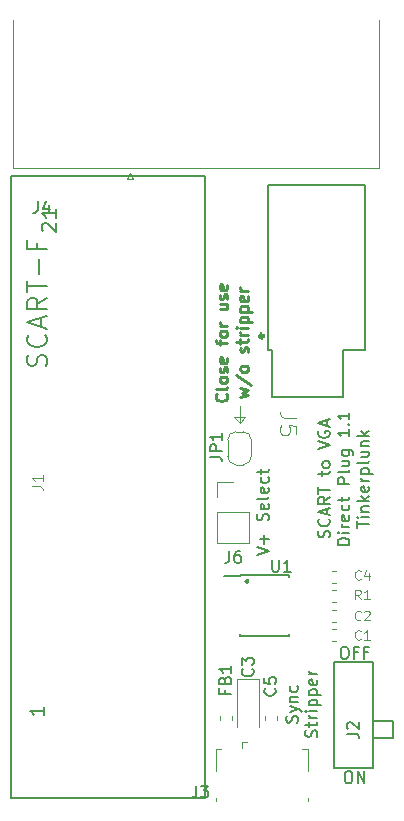
<source format=gto>
G04 #@! TF.GenerationSoftware,KiCad,Pcbnew,(5.1.0)-1*
G04 #@! TF.CreationDate,2019-10-24T14:33:41-04:00*
G04 #@! TF.ProjectId,SCART to  VGA,53434152-5420-4746-9f20-205647412e6b,rev?*
G04 #@! TF.SameCoordinates,Original*
G04 #@! TF.FileFunction,Legend,Top*
G04 #@! TF.FilePolarity,Positive*
%FSLAX46Y46*%
G04 Gerber Fmt 4.6, Leading zero omitted, Abs format (unit mm)*
G04 Created by KiCad (PCBNEW (5.1.0)-1) date 2019-10-24 14:33:41*
%MOMM*%
%LPD*%
G04 APERTURE LIST*
%ADD10C,0.120000*%
%ADD11C,0.250000*%
%ADD12C,0.150000*%
%ADD13C,0.127000*%
%ADD14C,0.340000*%
%ADD15C,0.050000*%
%ADD16C,0.096520*%
%ADD17C,0.177800*%
%ADD18C,0.100000*%
G04 APERTURE END LIST*
D10*
X93000000Y-105000000D02*
X93500000Y-105500000D01*
X94000000Y-105000000D02*
X93000000Y-105000000D01*
X93500000Y-105500000D02*
X94000000Y-105000000D01*
X93500000Y-104000000D02*
X93500000Y-105500000D01*
D11*
X92382142Y-102983333D02*
X92429761Y-103030952D01*
X92477380Y-103173809D01*
X92477380Y-103269047D01*
X92429761Y-103411904D01*
X92334523Y-103507142D01*
X92239285Y-103554761D01*
X92048809Y-103602380D01*
X91905952Y-103602380D01*
X91715476Y-103554761D01*
X91620238Y-103507142D01*
X91525000Y-103411904D01*
X91477380Y-103269047D01*
X91477380Y-103173809D01*
X91525000Y-103030952D01*
X91572619Y-102983333D01*
X92477380Y-102411904D02*
X92429761Y-102507142D01*
X92334523Y-102554761D01*
X91477380Y-102554761D01*
X92477380Y-101888095D02*
X92429761Y-101983333D01*
X92382142Y-102030952D01*
X92286904Y-102078571D01*
X92001190Y-102078571D01*
X91905952Y-102030952D01*
X91858333Y-101983333D01*
X91810714Y-101888095D01*
X91810714Y-101745238D01*
X91858333Y-101650000D01*
X91905952Y-101602380D01*
X92001190Y-101554761D01*
X92286904Y-101554761D01*
X92382142Y-101602380D01*
X92429761Y-101650000D01*
X92477380Y-101745238D01*
X92477380Y-101888095D01*
X92429761Y-101173809D02*
X92477380Y-101078571D01*
X92477380Y-100888095D01*
X92429761Y-100792857D01*
X92334523Y-100745238D01*
X92286904Y-100745238D01*
X92191666Y-100792857D01*
X92144047Y-100888095D01*
X92144047Y-101030952D01*
X92096428Y-101126190D01*
X92001190Y-101173809D01*
X91953571Y-101173809D01*
X91858333Y-101126190D01*
X91810714Y-101030952D01*
X91810714Y-100888095D01*
X91858333Y-100792857D01*
X92429761Y-99935714D02*
X92477380Y-100030952D01*
X92477380Y-100221428D01*
X92429761Y-100316666D01*
X92334523Y-100364285D01*
X91953571Y-100364285D01*
X91858333Y-100316666D01*
X91810714Y-100221428D01*
X91810714Y-100030952D01*
X91858333Y-99935714D01*
X91953571Y-99888095D01*
X92048809Y-99888095D01*
X92144047Y-100364285D01*
X91810714Y-98840476D02*
X91810714Y-98459523D01*
X92477380Y-98697619D02*
X91620238Y-98697619D01*
X91525000Y-98650000D01*
X91477380Y-98554761D01*
X91477380Y-98459523D01*
X92477380Y-97983333D02*
X92429761Y-98078571D01*
X92382142Y-98126190D01*
X92286904Y-98173809D01*
X92001190Y-98173809D01*
X91905952Y-98126190D01*
X91858333Y-98078571D01*
X91810714Y-97983333D01*
X91810714Y-97840476D01*
X91858333Y-97745238D01*
X91905952Y-97697619D01*
X92001190Y-97650000D01*
X92286904Y-97650000D01*
X92382142Y-97697619D01*
X92429761Y-97745238D01*
X92477380Y-97840476D01*
X92477380Y-97983333D01*
X92477380Y-97221428D02*
X91810714Y-97221428D01*
X92001190Y-97221428D02*
X91905952Y-97173809D01*
X91858333Y-97126190D01*
X91810714Y-97030952D01*
X91810714Y-96935714D01*
X91810714Y-95411904D02*
X92477380Y-95411904D01*
X91810714Y-95840476D02*
X92334523Y-95840476D01*
X92429761Y-95792857D01*
X92477380Y-95697619D01*
X92477380Y-95554761D01*
X92429761Y-95459523D01*
X92382142Y-95411904D01*
X92429761Y-94983333D02*
X92477380Y-94888095D01*
X92477380Y-94697619D01*
X92429761Y-94602380D01*
X92334523Y-94554761D01*
X92286904Y-94554761D01*
X92191666Y-94602380D01*
X92144047Y-94697619D01*
X92144047Y-94840476D01*
X92096428Y-94935714D01*
X92001190Y-94983333D01*
X91953571Y-94983333D01*
X91858333Y-94935714D01*
X91810714Y-94840476D01*
X91810714Y-94697619D01*
X91858333Y-94602380D01*
X92429761Y-93745238D02*
X92477380Y-93840476D01*
X92477380Y-94030952D01*
X92429761Y-94126190D01*
X92334523Y-94173809D01*
X91953571Y-94173809D01*
X91858333Y-94126190D01*
X91810714Y-94030952D01*
X91810714Y-93840476D01*
X91858333Y-93745238D01*
X91953571Y-93697619D01*
X92048809Y-93697619D01*
X92144047Y-94173809D01*
X93560714Y-103269047D02*
X94227380Y-103078571D01*
X93751190Y-102888095D01*
X94227380Y-102697619D01*
X93560714Y-102507142D01*
X93179761Y-101411904D02*
X94465476Y-102269047D01*
X94227380Y-100935714D02*
X94179761Y-101030952D01*
X94132142Y-101078571D01*
X94036904Y-101126190D01*
X93751190Y-101126190D01*
X93655952Y-101078571D01*
X93608333Y-101030952D01*
X93560714Y-100935714D01*
X93560714Y-100792857D01*
X93608333Y-100697619D01*
X93655952Y-100650000D01*
X93751190Y-100602380D01*
X94036904Y-100602380D01*
X94132142Y-100650000D01*
X94179761Y-100697619D01*
X94227380Y-100792857D01*
X94227380Y-100935714D01*
X94179761Y-99459523D02*
X94227380Y-99364285D01*
X94227380Y-99173809D01*
X94179761Y-99078571D01*
X94084523Y-99030952D01*
X94036904Y-99030952D01*
X93941666Y-99078571D01*
X93894047Y-99173809D01*
X93894047Y-99316666D01*
X93846428Y-99411904D01*
X93751190Y-99459523D01*
X93703571Y-99459523D01*
X93608333Y-99411904D01*
X93560714Y-99316666D01*
X93560714Y-99173809D01*
X93608333Y-99078571D01*
X93560714Y-98745238D02*
X93560714Y-98364285D01*
X93227380Y-98602380D02*
X94084523Y-98602380D01*
X94179761Y-98554761D01*
X94227380Y-98459523D01*
X94227380Y-98364285D01*
X94227380Y-98030952D02*
X93560714Y-98030952D01*
X93751190Y-98030952D02*
X93655952Y-97983333D01*
X93608333Y-97935714D01*
X93560714Y-97840476D01*
X93560714Y-97745238D01*
X94227380Y-97411904D02*
X93560714Y-97411904D01*
X93227380Y-97411904D02*
X93275000Y-97459523D01*
X93322619Y-97411904D01*
X93275000Y-97364285D01*
X93227380Y-97411904D01*
X93322619Y-97411904D01*
X93560714Y-96935714D02*
X94560714Y-96935714D01*
X93608333Y-96935714D02*
X93560714Y-96840476D01*
X93560714Y-96650000D01*
X93608333Y-96554761D01*
X93655952Y-96507142D01*
X93751190Y-96459523D01*
X94036904Y-96459523D01*
X94132142Y-96507142D01*
X94179761Y-96554761D01*
X94227380Y-96650000D01*
X94227380Y-96840476D01*
X94179761Y-96935714D01*
X93560714Y-96030952D02*
X94560714Y-96030952D01*
X93608333Y-96030952D02*
X93560714Y-95935714D01*
X93560714Y-95745238D01*
X93608333Y-95650000D01*
X93655952Y-95602380D01*
X93751190Y-95554761D01*
X94036904Y-95554761D01*
X94132142Y-95602380D01*
X94179761Y-95650000D01*
X94227380Y-95745238D01*
X94227380Y-95935714D01*
X94179761Y-96030952D01*
X94179761Y-94745238D02*
X94227380Y-94840476D01*
X94227380Y-95030952D01*
X94179761Y-95126190D01*
X94084523Y-95173809D01*
X93703571Y-95173809D01*
X93608333Y-95126190D01*
X93560714Y-95030952D01*
X93560714Y-94840476D01*
X93608333Y-94745238D01*
X93703571Y-94697619D01*
X93798809Y-94697619D01*
X93894047Y-95173809D01*
X94227380Y-94269047D02*
X93560714Y-94269047D01*
X93751190Y-94269047D02*
X93655952Y-94221428D01*
X93608333Y-94173809D01*
X93560714Y-94078571D01*
X93560714Y-93983333D01*
D12*
X102631952Y-134961380D02*
X102822428Y-134961380D01*
X102917666Y-135009000D01*
X103012904Y-135104238D01*
X103060523Y-135294714D01*
X103060523Y-135628047D01*
X103012904Y-135818523D01*
X102917666Y-135913761D01*
X102822428Y-135961380D01*
X102631952Y-135961380D01*
X102536714Y-135913761D01*
X102441476Y-135818523D01*
X102393857Y-135628047D01*
X102393857Y-135294714D01*
X102441476Y-135104238D01*
X102536714Y-135009000D01*
X102631952Y-134961380D01*
X103489095Y-135961380D02*
X103489095Y-134961380D01*
X104060523Y-135961380D01*
X104060523Y-134961380D01*
X102298619Y-124420380D02*
X102489095Y-124420380D01*
X102584333Y-124468000D01*
X102679571Y-124563238D01*
X102727190Y-124753714D01*
X102727190Y-125087047D01*
X102679571Y-125277523D01*
X102584333Y-125372761D01*
X102489095Y-125420380D01*
X102298619Y-125420380D01*
X102203380Y-125372761D01*
X102108142Y-125277523D01*
X102060523Y-125087047D01*
X102060523Y-124753714D01*
X102108142Y-124563238D01*
X102203380Y-124468000D01*
X102298619Y-124420380D01*
X103489095Y-124896571D02*
X103155761Y-124896571D01*
X103155761Y-125420380D02*
X103155761Y-124420380D01*
X103631952Y-124420380D01*
X104346238Y-124896571D02*
X104012904Y-124896571D01*
X104012904Y-125420380D02*
X104012904Y-124420380D01*
X104489095Y-124420380D01*
X98385761Y-130833619D02*
X98433380Y-130690761D01*
X98433380Y-130452666D01*
X98385761Y-130357428D01*
X98338142Y-130309809D01*
X98242904Y-130262190D01*
X98147666Y-130262190D01*
X98052428Y-130309809D01*
X98004809Y-130357428D01*
X97957190Y-130452666D01*
X97909571Y-130643142D01*
X97861952Y-130738380D01*
X97814333Y-130786000D01*
X97719095Y-130833619D01*
X97623857Y-130833619D01*
X97528619Y-130786000D01*
X97481000Y-130738380D01*
X97433380Y-130643142D01*
X97433380Y-130405047D01*
X97481000Y-130262190D01*
X97766714Y-129928857D02*
X98433380Y-129690761D01*
X97766714Y-129452666D02*
X98433380Y-129690761D01*
X98671476Y-129786000D01*
X98719095Y-129833619D01*
X98766714Y-129928857D01*
X97766714Y-129071714D02*
X98433380Y-129071714D01*
X97861952Y-129071714D02*
X97814333Y-129024095D01*
X97766714Y-128928857D01*
X97766714Y-128786000D01*
X97814333Y-128690761D01*
X97909571Y-128643142D01*
X98433380Y-128643142D01*
X98385761Y-127738380D02*
X98433380Y-127833619D01*
X98433380Y-128024095D01*
X98385761Y-128119333D01*
X98338142Y-128166952D01*
X98242904Y-128214571D01*
X97957190Y-128214571D01*
X97861952Y-128166952D01*
X97814333Y-128119333D01*
X97766714Y-128024095D01*
X97766714Y-127833619D01*
X97814333Y-127738380D01*
X100035761Y-132047904D02*
X100083380Y-131905047D01*
X100083380Y-131666952D01*
X100035761Y-131571714D01*
X99988142Y-131524095D01*
X99892904Y-131476476D01*
X99797666Y-131476476D01*
X99702428Y-131524095D01*
X99654809Y-131571714D01*
X99607190Y-131666952D01*
X99559571Y-131857428D01*
X99511952Y-131952666D01*
X99464333Y-132000285D01*
X99369095Y-132047904D01*
X99273857Y-132047904D01*
X99178619Y-132000285D01*
X99131000Y-131952666D01*
X99083380Y-131857428D01*
X99083380Y-131619333D01*
X99131000Y-131476476D01*
X99416714Y-131190761D02*
X99416714Y-130809809D01*
X99083380Y-131047904D02*
X99940523Y-131047904D01*
X100035761Y-131000285D01*
X100083380Y-130905047D01*
X100083380Y-130809809D01*
X100083380Y-130476476D02*
X99416714Y-130476476D01*
X99607190Y-130476476D02*
X99511952Y-130428857D01*
X99464333Y-130381238D01*
X99416714Y-130286000D01*
X99416714Y-130190761D01*
X100083380Y-129857428D02*
X99416714Y-129857428D01*
X99083380Y-129857428D02*
X99131000Y-129905047D01*
X99178619Y-129857428D01*
X99131000Y-129809809D01*
X99083380Y-129857428D01*
X99178619Y-129857428D01*
X99416714Y-129381238D02*
X100416714Y-129381238D01*
X99464333Y-129381238D02*
X99416714Y-129286000D01*
X99416714Y-129095523D01*
X99464333Y-129000285D01*
X99511952Y-128952666D01*
X99607190Y-128905047D01*
X99892904Y-128905047D01*
X99988142Y-128952666D01*
X100035761Y-129000285D01*
X100083380Y-129095523D01*
X100083380Y-129286000D01*
X100035761Y-129381238D01*
X99416714Y-128476476D02*
X100416714Y-128476476D01*
X99464333Y-128476476D02*
X99416714Y-128381238D01*
X99416714Y-128190761D01*
X99464333Y-128095523D01*
X99511952Y-128047904D01*
X99607190Y-128000285D01*
X99892904Y-128000285D01*
X99988142Y-128047904D01*
X100035761Y-128095523D01*
X100083380Y-128190761D01*
X100083380Y-128381238D01*
X100035761Y-128476476D01*
X100035761Y-127190761D02*
X100083380Y-127286000D01*
X100083380Y-127476476D01*
X100035761Y-127571714D01*
X99940523Y-127619333D01*
X99559571Y-127619333D01*
X99464333Y-127571714D01*
X99416714Y-127476476D01*
X99416714Y-127286000D01*
X99464333Y-127190761D01*
X99559571Y-127143142D01*
X99654809Y-127143142D01*
X99750047Y-127619333D01*
X100083380Y-126714571D02*
X99416714Y-126714571D01*
X99607190Y-126714571D02*
X99511952Y-126666952D01*
X99464333Y-126619333D01*
X99416714Y-126524095D01*
X99416714Y-126428857D01*
X101104761Y-115152380D02*
X101152380Y-115009523D01*
X101152380Y-114771428D01*
X101104761Y-114676190D01*
X101057142Y-114628571D01*
X100961904Y-114580952D01*
X100866666Y-114580952D01*
X100771428Y-114628571D01*
X100723809Y-114676190D01*
X100676190Y-114771428D01*
X100628571Y-114961904D01*
X100580952Y-115057142D01*
X100533333Y-115104761D01*
X100438095Y-115152380D01*
X100342857Y-115152380D01*
X100247619Y-115104761D01*
X100200000Y-115057142D01*
X100152380Y-114961904D01*
X100152380Y-114723809D01*
X100200000Y-114580952D01*
X101057142Y-113580952D02*
X101104761Y-113628571D01*
X101152380Y-113771428D01*
X101152380Y-113866666D01*
X101104761Y-114009523D01*
X101009523Y-114104761D01*
X100914285Y-114152380D01*
X100723809Y-114200000D01*
X100580952Y-114200000D01*
X100390476Y-114152380D01*
X100295238Y-114104761D01*
X100200000Y-114009523D01*
X100152380Y-113866666D01*
X100152380Y-113771428D01*
X100200000Y-113628571D01*
X100247619Y-113580952D01*
X100866666Y-113200000D02*
X100866666Y-112723809D01*
X101152380Y-113295238D02*
X100152380Y-112961904D01*
X101152380Y-112628571D01*
X101152380Y-111723809D02*
X100676190Y-112057142D01*
X101152380Y-112295238D02*
X100152380Y-112295238D01*
X100152380Y-111914285D01*
X100200000Y-111819047D01*
X100247619Y-111771428D01*
X100342857Y-111723809D01*
X100485714Y-111723809D01*
X100580952Y-111771428D01*
X100628571Y-111819047D01*
X100676190Y-111914285D01*
X100676190Y-112295238D01*
X100152380Y-111438095D02*
X100152380Y-110866666D01*
X101152380Y-111152380D02*
X100152380Y-111152380D01*
X100485714Y-109914285D02*
X100485714Y-109533333D01*
X100152380Y-109771428D02*
X101009523Y-109771428D01*
X101104761Y-109723809D01*
X101152380Y-109628571D01*
X101152380Y-109533333D01*
X101152380Y-109057142D02*
X101104761Y-109152380D01*
X101057142Y-109200000D01*
X100961904Y-109247619D01*
X100676190Y-109247619D01*
X100580952Y-109200000D01*
X100533333Y-109152380D01*
X100485714Y-109057142D01*
X100485714Y-108914285D01*
X100533333Y-108819047D01*
X100580952Y-108771428D01*
X100676190Y-108723809D01*
X100961904Y-108723809D01*
X101057142Y-108771428D01*
X101104761Y-108819047D01*
X101152380Y-108914285D01*
X101152380Y-109057142D01*
X100152380Y-107676190D02*
X101152380Y-107342857D01*
X100152380Y-107009523D01*
X100200000Y-106152380D02*
X100152380Y-106247619D01*
X100152380Y-106390476D01*
X100200000Y-106533333D01*
X100295238Y-106628571D01*
X100390476Y-106676190D01*
X100580952Y-106723809D01*
X100723809Y-106723809D01*
X100914285Y-106676190D01*
X101009523Y-106628571D01*
X101104761Y-106533333D01*
X101152380Y-106390476D01*
X101152380Y-106295238D01*
X101104761Y-106152380D01*
X101057142Y-106104761D01*
X100723809Y-106104761D01*
X100723809Y-106295238D01*
X100866666Y-105723809D02*
X100866666Y-105247619D01*
X101152380Y-105819047D02*
X100152380Y-105485714D01*
X101152380Y-105152380D01*
X102802380Y-115771428D02*
X101802380Y-115771428D01*
X101802380Y-115533333D01*
X101850000Y-115390476D01*
X101945238Y-115295238D01*
X102040476Y-115247619D01*
X102230952Y-115200000D01*
X102373809Y-115200000D01*
X102564285Y-115247619D01*
X102659523Y-115295238D01*
X102754761Y-115390476D01*
X102802380Y-115533333D01*
X102802380Y-115771428D01*
X102802380Y-114771428D02*
X102135714Y-114771428D01*
X101802380Y-114771428D02*
X101850000Y-114819047D01*
X101897619Y-114771428D01*
X101850000Y-114723809D01*
X101802380Y-114771428D01*
X101897619Y-114771428D01*
X102802380Y-114295238D02*
X102135714Y-114295238D01*
X102326190Y-114295238D02*
X102230952Y-114247619D01*
X102183333Y-114200000D01*
X102135714Y-114104761D01*
X102135714Y-114009523D01*
X102754761Y-113295238D02*
X102802380Y-113390476D01*
X102802380Y-113580952D01*
X102754761Y-113676190D01*
X102659523Y-113723809D01*
X102278571Y-113723809D01*
X102183333Y-113676190D01*
X102135714Y-113580952D01*
X102135714Y-113390476D01*
X102183333Y-113295238D01*
X102278571Y-113247619D01*
X102373809Y-113247619D01*
X102469047Y-113723809D01*
X102754761Y-112390476D02*
X102802380Y-112485714D01*
X102802380Y-112676190D01*
X102754761Y-112771428D01*
X102707142Y-112819047D01*
X102611904Y-112866666D01*
X102326190Y-112866666D01*
X102230952Y-112819047D01*
X102183333Y-112771428D01*
X102135714Y-112676190D01*
X102135714Y-112485714D01*
X102183333Y-112390476D01*
X102135714Y-112104761D02*
X102135714Y-111723809D01*
X101802380Y-111961904D02*
X102659523Y-111961904D01*
X102754761Y-111914285D01*
X102802380Y-111819047D01*
X102802380Y-111723809D01*
X102802380Y-110628571D02*
X101802380Y-110628571D01*
X101802380Y-110247619D01*
X101850000Y-110152380D01*
X101897619Y-110104761D01*
X101992857Y-110057142D01*
X102135714Y-110057142D01*
X102230952Y-110104761D01*
X102278571Y-110152380D01*
X102326190Y-110247619D01*
X102326190Y-110628571D01*
X102802380Y-109485714D02*
X102754761Y-109580952D01*
X102659523Y-109628571D01*
X101802380Y-109628571D01*
X102135714Y-108676190D02*
X102802380Y-108676190D01*
X102135714Y-109104761D02*
X102659523Y-109104761D01*
X102754761Y-109057142D01*
X102802380Y-108961904D01*
X102802380Y-108819047D01*
X102754761Y-108723809D01*
X102707142Y-108676190D01*
X102135714Y-107771428D02*
X102945238Y-107771428D01*
X103040476Y-107819047D01*
X103088095Y-107866666D01*
X103135714Y-107961904D01*
X103135714Y-108104761D01*
X103088095Y-108200000D01*
X102754761Y-107771428D02*
X102802380Y-107866666D01*
X102802380Y-108057142D01*
X102754761Y-108152380D01*
X102707142Y-108200000D01*
X102611904Y-108247619D01*
X102326190Y-108247619D01*
X102230952Y-108200000D01*
X102183333Y-108152380D01*
X102135714Y-108057142D01*
X102135714Y-107866666D01*
X102183333Y-107771428D01*
X102802380Y-106009523D02*
X102802380Y-106580952D01*
X102802380Y-106295238D02*
X101802380Y-106295238D01*
X101945238Y-106390476D01*
X102040476Y-106485714D01*
X102088095Y-106580952D01*
X102707142Y-105580952D02*
X102754761Y-105533333D01*
X102802380Y-105580952D01*
X102754761Y-105628571D01*
X102707142Y-105580952D01*
X102802380Y-105580952D01*
X102802380Y-104580952D02*
X102802380Y-105152380D01*
X102802380Y-104866666D02*
X101802380Y-104866666D01*
X101945238Y-104961904D01*
X102040476Y-105057142D01*
X102088095Y-105152380D01*
X103452380Y-114342857D02*
X103452380Y-113771428D01*
X104452380Y-114057142D02*
X103452380Y-114057142D01*
X104452380Y-113438095D02*
X103785714Y-113438095D01*
X103452380Y-113438095D02*
X103500000Y-113485714D01*
X103547619Y-113438095D01*
X103500000Y-113390476D01*
X103452380Y-113438095D01*
X103547619Y-113438095D01*
X103785714Y-112961904D02*
X104452380Y-112961904D01*
X103880952Y-112961904D02*
X103833333Y-112914285D01*
X103785714Y-112819047D01*
X103785714Y-112676190D01*
X103833333Y-112580952D01*
X103928571Y-112533333D01*
X104452380Y-112533333D01*
X104452380Y-112057142D02*
X103452380Y-112057142D01*
X104071428Y-111961904D02*
X104452380Y-111676190D01*
X103785714Y-111676190D02*
X104166666Y-112057142D01*
X104404761Y-110866666D02*
X104452380Y-110961904D01*
X104452380Y-111152380D01*
X104404761Y-111247619D01*
X104309523Y-111295238D01*
X103928571Y-111295238D01*
X103833333Y-111247619D01*
X103785714Y-111152380D01*
X103785714Y-110961904D01*
X103833333Y-110866666D01*
X103928571Y-110819047D01*
X104023809Y-110819047D01*
X104119047Y-111295238D01*
X104452380Y-110390476D02*
X103785714Y-110390476D01*
X103976190Y-110390476D02*
X103880952Y-110342857D01*
X103833333Y-110295238D01*
X103785714Y-110200000D01*
X103785714Y-110104761D01*
X103785714Y-109771428D02*
X104785714Y-109771428D01*
X103833333Y-109771428D02*
X103785714Y-109676190D01*
X103785714Y-109485714D01*
X103833333Y-109390476D01*
X103880952Y-109342857D01*
X103976190Y-109295238D01*
X104261904Y-109295238D01*
X104357142Y-109342857D01*
X104404761Y-109390476D01*
X104452380Y-109485714D01*
X104452380Y-109676190D01*
X104404761Y-109771428D01*
X104452380Y-108723809D02*
X104404761Y-108819047D01*
X104309523Y-108866666D01*
X103452380Y-108866666D01*
X103785714Y-107914285D02*
X104452380Y-107914285D01*
X103785714Y-108342857D02*
X104309523Y-108342857D01*
X104404761Y-108295238D01*
X104452380Y-108200000D01*
X104452380Y-108057142D01*
X104404761Y-107961904D01*
X104357142Y-107914285D01*
X103785714Y-107438095D02*
X104452380Y-107438095D01*
X103880952Y-107438095D02*
X103833333Y-107390476D01*
X103785714Y-107295238D01*
X103785714Y-107152380D01*
X103833333Y-107057142D01*
X103928571Y-107009523D01*
X104452380Y-107009523D01*
X104452380Y-106533333D02*
X103452380Y-106533333D01*
X104071428Y-106438095D02*
X104452380Y-106152380D01*
X103785714Y-106152380D02*
X104166666Y-106533333D01*
D10*
X84260000Y-84341325D02*
X84510000Y-84774338D01*
X84010000Y-84774338D02*
X84260000Y-84341325D01*
X84510000Y-84774338D02*
X84010000Y-84774338D01*
X74315000Y-83880000D02*
X74315000Y-71340000D01*
X105285000Y-83880000D02*
X74315000Y-83880000D01*
X105285000Y-71340000D02*
X105285000Y-83880000D01*
X92500000Y-108300000D02*
X92500000Y-106900000D01*
X93200000Y-106200000D02*
X93800000Y-106200000D01*
X94500000Y-106900000D02*
X94500000Y-108300000D01*
X93800000Y-109000000D02*
X93200000Y-109000000D01*
X93200000Y-109000000D02*
G75*
G02X92500000Y-108300000I0J700000D01*
G01*
X94500000Y-108300000D02*
G75*
G02X93800000Y-109000000I-700000J0D01*
G01*
X93800000Y-106200000D02*
G75*
G02X94500000Y-106900000I0J-700000D01*
G01*
X92500000Y-106900000D02*
G75*
G02X93200000Y-106200000I700000J0D01*
G01*
D13*
X95950000Y-99300000D02*
X95950000Y-85300000D01*
X95950000Y-85300000D02*
X104150000Y-85300000D01*
X104150000Y-85300000D02*
X104150000Y-99300000D01*
X104150000Y-99300000D02*
X102250000Y-99300000D01*
X102250000Y-99300000D02*
X102250000Y-103300000D01*
X102250000Y-103300000D02*
X96250000Y-103300000D01*
X96250000Y-103300000D02*
X96250000Y-99300000D01*
X96250000Y-99300000D02*
X95950000Y-99300000D01*
D14*
X95520000Y-98100000D02*
G75*
G03X95520000Y-98100000I-170000J0D01*
G01*
D13*
X106524000Y-130675000D02*
X104824000Y-130675000D01*
X106524000Y-132175000D02*
X106524000Y-130675000D01*
X104824000Y-132175000D02*
X106524000Y-132175000D01*
X104824000Y-134675000D02*
X101524000Y-134675000D01*
X104824000Y-132175000D02*
X104824000Y-134675000D01*
X104824000Y-130675000D02*
X104824000Y-132175000D01*
X104824000Y-125675000D02*
X104824000Y-130675000D01*
X101524000Y-125675000D02*
X104824000Y-125675000D01*
X101524000Y-134675000D02*
X101524000Y-125675000D01*
D12*
X93556000Y-118329000D02*
X93556000Y-118379000D01*
X97706000Y-118329000D02*
X97706000Y-118474000D01*
X97706000Y-123479000D02*
X97706000Y-123334000D01*
X93556000Y-123479000D02*
X93556000Y-123334000D01*
X93556000Y-118329000D02*
X97706000Y-118329000D01*
X93556000Y-123479000D02*
X97706000Y-123479000D01*
X93556000Y-118379000D02*
X92156000Y-118379000D01*
D10*
X94286605Y-118872000D02*
G75*
G03X94286605Y-118872000I-179605J0D01*
G01*
X94234000Y-118872000D02*
G75*
G03X94234000Y-118872000I-127000J0D01*
G01*
X94163796Y-118872000D02*
G75*
G03X94163796Y-118872000I-56796J0D01*
G01*
X94132400Y-118872000D02*
G75*
G03X94132400Y-118872000I-25400J0D01*
G01*
X94109540Y-118872000D02*
G75*
G03X94109540Y-118872000I-2540J0D01*
G01*
D12*
X90609500Y-137221000D02*
X74109500Y-137221000D01*
X90609500Y-84521000D02*
X90609500Y-137221000D01*
X74109500Y-84521000D02*
X90609500Y-84521000D01*
X74109500Y-137221000D02*
X74109500Y-84521000D01*
D10*
X101352533Y-122934000D02*
X101695067Y-122934000D01*
X101352533Y-123954000D02*
X101695067Y-123954000D01*
X101351233Y-119632000D02*
X101693767Y-119632000D01*
X101351233Y-120652000D02*
X101693767Y-120652000D01*
X101365233Y-122303000D02*
X101707767Y-122303000D01*
X101365233Y-121283000D02*
X101707767Y-121283000D01*
X101683667Y-117981000D02*
X101341133Y-117981000D01*
X101683667Y-119001000D02*
X101341133Y-119001000D01*
X91477000Y-133048000D02*
X91927000Y-133048000D01*
X91477000Y-134898000D02*
X91477000Y-133048000D01*
X99277000Y-137448000D02*
X99277000Y-137198000D01*
X91477000Y-137448000D02*
X91477000Y-137198000D01*
X99277000Y-134898000D02*
X99277000Y-133048000D01*
X99277000Y-133048000D02*
X98827000Y-133048000D01*
X93677000Y-132498000D02*
X94127000Y-132498000D01*
X93677000Y-132498000D02*
X93677000Y-132948000D01*
X95629000Y-130614267D02*
X95629000Y-130271733D01*
X96649000Y-130614267D02*
X96649000Y-130271733D01*
X95169000Y-131226500D02*
X95169000Y-127141500D01*
X95169000Y-127141500D02*
X93299000Y-127141500D01*
X93299000Y-127141500D02*
X93299000Y-131226500D01*
X91819000Y-130600267D02*
X91819000Y-130257733D01*
X92839000Y-130600267D02*
X92839000Y-130257733D01*
X91634000Y-115630000D02*
X94294000Y-115630000D01*
X91634000Y-113030000D02*
X91634000Y-115630000D01*
X94294000Y-113030000D02*
X94294000Y-115630000D01*
X91634000Y-113030000D02*
X94294000Y-113030000D01*
X91634000Y-111760000D02*
X91634000Y-110430000D01*
X91634000Y-110430000D02*
X92964000Y-110430000D01*
D12*
X76433666Y-86679380D02*
X76433666Y-87393666D01*
X76386047Y-87536523D01*
X76290809Y-87631761D01*
X76147952Y-87679380D01*
X76052714Y-87679380D01*
X77338428Y-87012714D02*
X77338428Y-87679380D01*
X77100333Y-86631761D02*
X76862238Y-87346047D01*
X77481285Y-87346047D01*
X91002380Y-108333333D02*
X91716666Y-108333333D01*
X91859523Y-108380952D01*
X91954761Y-108476190D01*
X92002380Y-108619047D01*
X92002380Y-108714285D01*
X92002380Y-107857142D02*
X91002380Y-107857142D01*
X91002380Y-107476190D01*
X91050000Y-107380952D01*
X91097619Y-107333333D01*
X91192857Y-107285714D01*
X91335714Y-107285714D01*
X91430952Y-107333333D01*
X91478571Y-107380952D01*
X91526190Y-107476190D01*
X91526190Y-107857142D01*
X92002380Y-106333333D02*
X92002380Y-106904761D01*
X92002380Y-106619047D02*
X91002380Y-106619047D01*
X91145238Y-106714285D01*
X91240476Y-106809523D01*
X91288095Y-106904761D01*
D15*
X98313544Y-105062603D02*
X97313051Y-105062603D01*
X97112953Y-104995903D01*
X96979554Y-104862504D01*
X96912854Y-104662406D01*
X96912854Y-104529007D01*
X98313544Y-106396593D02*
X98313544Y-105729598D01*
X97646549Y-105662899D01*
X97713248Y-105729598D01*
X97779948Y-105862997D01*
X97779948Y-106196495D01*
X97713248Y-106329894D01*
X97646549Y-106396593D01*
X97513150Y-106463293D01*
X97179652Y-106463293D01*
X97046253Y-106396593D01*
X96979554Y-106329894D01*
X96912854Y-106196495D01*
X96912854Y-105862997D01*
X96979554Y-105729598D01*
X97046253Y-105662899D01*
D12*
X102576380Y-131778333D02*
X103290666Y-131778333D01*
X103433523Y-131825952D01*
X103528761Y-131921190D01*
X103576380Y-132064047D01*
X103576380Y-132159285D01*
X102671619Y-131349761D02*
X102624000Y-131302142D01*
X102576380Y-131206904D01*
X102576380Y-130968809D01*
X102624000Y-130873571D01*
X102671619Y-130825952D01*
X102766857Y-130778333D01*
X102862095Y-130778333D01*
X103004952Y-130825952D01*
X103576380Y-131397380D01*
X103576380Y-130778333D01*
X96266095Y-117054380D02*
X96266095Y-117863904D01*
X96313714Y-117959142D01*
X96361333Y-118006761D01*
X96456571Y-118054380D01*
X96647047Y-118054380D01*
X96742285Y-118006761D01*
X96789904Y-117959142D01*
X96837523Y-117863904D01*
X96837523Y-117054380D01*
X97837523Y-118054380D02*
X97266095Y-118054380D01*
X97551809Y-118054380D02*
X97551809Y-117054380D01*
X97456571Y-117197238D01*
X97361333Y-117292476D01*
X97266095Y-117340095D01*
D16*
X75887338Y-110810681D02*
X76576766Y-110810681D01*
X76714652Y-110856642D01*
X76806576Y-110948566D01*
X76852538Y-111086452D01*
X76852538Y-111178376D01*
X76852538Y-109845481D02*
X76852538Y-110397023D01*
X76852538Y-110121252D02*
X75887338Y-110121252D01*
X76025223Y-110213176D01*
X76117147Y-110305100D01*
X76163109Y-110397023D01*
D13*
X76942547Y-129498211D02*
X76942547Y-130187640D01*
X76942547Y-129842926D02*
X75736047Y-129842926D01*
X75908404Y-129957830D01*
X76023309Y-130072735D01*
X76080761Y-130187640D01*
X76850952Y-89222640D02*
X76793500Y-89165188D01*
X76736047Y-89050283D01*
X76736047Y-88763021D01*
X76793500Y-88648116D01*
X76850952Y-88590664D01*
X76965857Y-88533211D01*
X77080761Y-88533211D01*
X77253119Y-88590664D01*
X77942547Y-89280092D01*
X77942547Y-88533211D01*
X77942547Y-87384164D02*
X77942547Y-88073592D01*
X77942547Y-87728878D02*
X76736047Y-87728878D01*
X76908404Y-87843783D01*
X77023309Y-87958688D01*
X77080761Y-88073592D01*
D17*
X77118633Y-100654696D02*
X77199066Y-100413396D01*
X77199066Y-100011230D01*
X77118633Y-99850363D01*
X77038200Y-99769930D01*
X76877333Y-99689496D01*
X76716466Y-99689496D01*
X76555600Y-99769930D01*
X76475166Y-99850363D01*
X76394733Y-100011230D01*
X76314300Y-100332963D01*
X76233866Y-100493830D01*
X76153433Y-100574263D01*
X75992566Y-100654696D01*
X75831700Y-100654696D01*
X75670833Y-100574263D01*
X75590400Y-100493830D01*
X75509966Y-100332963D01*
X75509966Y-99930796D01*
X75590400Y-99689496D01*
X77038200Y-98000396D02*
X77118633Y-98080830D01*
X77199066Y-98322130D01*
X77199066Y-98482996D01*
X77118633Y-98724296D01*
X76957766Y-98885163D01*
X76796900Y-98965596D01*
X76475166Y-99046030D01*
X76233866Y-99046030D01*
X75912133Y-98965596D01*
X75751266Y-98885163D01*
X75590400Y-98724296D01*
X75509966Y-98482996D01*
X75509966Y-98322130D01*
X75590400Y-98080830D01*
X75670833Y-98000396D01*
X76716466Y-97356930D02*
X76716466Y-96552596D01*
X77199066Y-97517796D02*
X75509966Y-96954763D01*
X77199066Y-96391730D01*
X77199066Y-94863496D02*
X76394733Y-95426530D01*
X77199066Y-95828696D02*
X75509966Y-95828696D01*
X75509966Y-95185230D01*
X75590400Y-95024363D01*
X75670833Y-94943930D01*
X75831700Y-94863496D01*
X76073000Y-94863496D01*
X76233866Y-94943930D01*
X76314300Y-95024363D01*
X76394733Y-95185230D01*
X76394733Y-95828696D01*
X75509966Y-94380896D02*
X75509966Y-93415696D01*
X77199066Y-93898296D02*
X75509966Y-93898296D01*
X76555600Y-92852663D02*
X76555600Y-91565730D01*
X76314300Y-90198363D02*
X76314300Y-90761396D01*
X77199066Y-90761396D02*
X75509966Y-90761396D01*
X75509966Y-89957063D01*
D18*
X103752666Y-123729714D02*
X103714571Y-123767809D01*
X103600285Y-123805904D01*
X103524095Y-123805904D01*
X103409809Y-123767809D01*
X103333619Y-123691619D01*
X103295523Y-123615428D01*
X103257428Y-123463047D01*
X103257428Y-123348761D01*
X103295523Y-123196380D01*
X103333619Y-123120190D01*
X103409809Y-123044000D01*
X103524095Y-123005904D01*
X103600285Y-123005904D01*
X103714571Y-123044000D01*
X103752666Y-123082095D01*
X104514571Y-123805904D02*
X104057428Y-123805904D01*
X104286000Y-123805904D02*
X104286000Y-123005904D01*
X104209809Y-123120190D01*
X104133619Y-123196380D01*
X104057428Y-123234476D01*
X103752666Y-120376904D02*
X103486000Y-119995952D01*
X103295523Y-120376904D02*
X103295523Y-119576904D01*
X103600285Y-119576904D01*
X103676476Y-119615000D01*
X103714571Y-119653095D01*
X103752666Y-119729285D01*
X103752666Y-119843571D01*
X103714571Y-119919761D01*
X103676476Y-119957857D01*
X103600285Y-119995952D01*
X103295523Y-119995952D01*
X104514571Y-120376904D02*
X104057428Y-120376904D01*
X104286000Y-120376904D02*
X104286000Y-119576904D01*
X104209809Y-119691190D01*
X104133619Y-119767380D01*
X104057428Y-119805476D01*
X103752666Y-122078714D02*
X103714571Y-122116809D01*
X103600285Y-122154904D01*
X103524095Y-122154904D01*
X103409809Y-122116809D01*
X103333619Y-122040619D01*
X103295523Y-121964428D01*
X103257428Y-121812047D01*
X103257428Y-121697761D01*
X103295523Y-121545380D01*
X103333619Y-121469190D01*
X103409809Y-121393000D01*
X103524095Y-121354904D01*
X103600285Y-121354904D01*
X103714571Y-121393000D01*
X103752666Y-121431095D01*
X104057428Y-121431095D02*
X104095523Y-121393000D01*
X104171714Y-121354904D01*
X104362190Y-121354904D01*
X104438380Y-121393000D01*
X104476476Y-121431095D01*
X104514571Y-121507285D01*
X104514571Y-121583476D01*
X104476476Y-121697761D01*
X104019333Y-122154904D01*
X104514571Y-122154904D01*
X103752666Y-118649714D02*
X103714571Y-118687809D01*
X103600285Y-118725904D01*
X103524095Y-118725904D01*
X103409809Y-118687809D01*
X103333619Y-118611619D01*
X103295523Y-118535428D01*
X103257428Y-118383047D01*
X103257428Y-118268761D01*
X103295523Y-118116380D01*
X103333619Y-118040190D01*
X103409809Y-117964000D01*
X103524095Y-117925904D01*
X103600285Y-117925904D01*
X103714571Y-117964000D01*
X103752666Y-118002095D01*
X104438380Y-118192571D02*
X104438380Y-118725904D01*
X104247904Y-117887809D02*
X104057428Y-118459238D01*
X104552666Y-118459238D01*
D12*
X89836666Y-136167880D02*
X89836666Y-136882166D01*
X89789047Y-137025023D01*
X89693809Y-137120261D01*
X89550952Y-137167880D01*
X89455714Y-137167880D01*
X90217619Y-136167880D02*
X90836666Y-136167880D01*
X90503333Y-136548833D01*
X90646190Y-136548833D01*
X90741428Y-136596452D01*
X90789047Y-136644071D01*
X90836666Y-136739309D01*
X90836666Y-136977404D01*
X90789047Y-137072642D01*
X90741428Y-137120261D01*
X90646190Y-137167880D01*
X90360476Y-137167880D01*
X90265238Y-137120261D01*
X90217619Y-137072642D01*
X96496142Y-127928666D02*
X96543761Y-127976285D01*
X96591380Y-128119142D01*
X96591380Y-128214380D01*
X96543761Y-128357238D01*
X96448523Y-128452476D01*
X96353285Y-128500095D01*
X96162809Y-128547714D01*
X96019952Y-128547714D01*
X95829476Y-128500095D01*
X95734238Y-128452476D01*
X95639000Y-128357238D01*
X95591380Y-128214380D01*
X95591380Y-128119142D01*
X95639000Y-127976285D01*
X95686619Y-127928666D01*
X95591380Y-127023904D02*
X95591380Y-127500095D01*
X96067571Y-127547714D01*
X96019952Y-127500095D01*
X95972333Y-127404857D01*
X95972333Y-127166761D01*
X96019952Y-127071523D01*
X96067571Y-127023904D01*
X96162809Y-126976285D01*
X96400904Y-126976285D01*
X96496142Y-127023904D01*
X96543761Y-127071523D01*
X96591380Y-127166761D01*
X96591380Y-127404857D01*
X96543761Y-127500095D01*
X96496142Y-127547714D01*
X94591142Y-126277666D02*
X94638761Y-126325285D01*
X94686380Y-126468142D01*
X94686380Y-126563380D01*
X94638761Y-126706238D01*
X94543523Y-126801476D01*
X94448285Y-126849095D01*
X94257809Y-126896714D01*
X94114952Y-126896714D01*
X93924476Y-126849095D01*
X93829238Y-126801476D01*
X93734000Y-126706238D01*
X93686380Y-126563380D01*
X93686380Y-126468142D01*
X93734000Y-126325285D01*
X93781619Y-126277666D01*
X93686380Y-125944333D02*
X93686380Y-125325285D01*
X94067333Y-125658619D01*
X94067333Y-125515761D01*
X94114952Y-125420523D01*
X94162571Y-125372904D01*
X94257809Y-125325285D01*
X94495904Y-125325285D01*
X94591142Y-125372904D01*
X94638761Y-125420523D01*
X94686380Y-125515761D01*
X94686380Y-125801476D01*
X94638761Y-125896714D01*
X94591142Y-125944333D01*
X92257571Y-128073333D02*
X92257571Y-128406666D01*
X92781380Y-128406666D02*
X91781380Y-128406666D01*
X91781380Y-127930476D01*
X92257571Y-127216190D02*
X92305190Y-127073333D01*
X92352809Y-127025714D01*
X92448047Y-126978095D01*
X92590904Y-126978095D01*
X92686142Y-127025714D01*
X92733761Y-127073333D01*
X92781380Y-127168571D01*
X92781380Y-127549523D01*
X91781380Y-127549523D01*
X91781380Y-127216190D01*
X91829000Y-127120952D01*
X91876619Y-127073333D01*
X91971857Y-127025714D01*
X92067095Y-127025714D01*
X92162333Y-127073333D01*
X92209952Y-127120952D01*
X92257571Y-127216190D01*
X92257571Y-127549523D01*
X92781380Y-126025714D02*
X92781380Y-126597142D01*
X92781380Y-126311428D02*
X91781380Y-126311428D01*
X91924238Y-126406666D01*
X92019476Y-126501904D01*
X92067095Y-126597142D01*
X92630666Y-116292380D02*
X92630666Y-117006666D01*
X92583047Y-117149523D01*
X92487809Y-117244761D01*
X92344952Y-117292380D01*
X92249714Y-117292380D01*
X93535428Y-116292380D02*
X93344952Y-116292380D01*
X93249714Y-116340000D01*
X93202095Y-116387619D01*
X93106857Y-116530476D01*
X93059238Y-116720952D01*
X93059238Y-117101904D01*
X93106857Y-117197142D01*
X93154476Y-117244761D01*
X93249714Y-117292380D01*
X93440190Y-117292380D01*
X93535428Y-117244761D01*
X93583047Y-117197142D01*
X93630666Y-117101904D01*
X93630666Y-116863809D01*
X93583047Y-116768571D01*
X93535428Y-116720952D01*
X93440190Y-116673333D01*
X93249714Y-116673333D01*
X93154476Y-116720952D01*
X93106857Y-116768571D01*
X93059238Y-116863809D01*
X94956380Y-116672857D02*
X95956380Y-116339523D01*
X94956380Y-116006190D01*
X95575428Y-115672857D02*
X95575428Y-114910952D01*
X95956380Y-115291904D02*
X95194476Y-115291904D01*
X95908761Y-113720476D02*
X95956380Y-113577619D01*
X95956380Y-113339523D01*
X95908761Y-113244285D01*
X95861142Y-113196666D01*
X95765904Y-113149047D01*
X95670666Y-113149047D01*
X95575428Y-113196666D01*
X95527809Y-113244285D01*
X95480190Y-113339523D01*
X95432571Y-113530000D01*
X95384952Y-113625238D01*
X95337333Y-113672857D01*
X95242095Y-113720476D01*
X95146857Y-113720476D01*
X95051619Y-113672857D01*
X95004000Y-113625238D01*
X94956380Y-113530000D01*
X94956380Y-113291904D01*
X95004000Y-113149047D01*
X95908761Y-112339523D02*
X95956380Y-112434761D01*
X95956380Y-112625238D01*
X95908761Y-112720476D01*
X95813523Y-112768095D01*
X95432571Y-112768095D01*
X95337333Y-112720476D01*
X95289714Y-112625238D01*
X95289714Y-112434761D01*
X95337333Y-112339523D01*
X95432571Y-112291904D01*
X95527809Y-112291904D01*
X95623047Y-112768095D01*
X95956380Y-111720476D02*
X95908761Y-111815714D01*
X95813523Y-111863333D01*
X94956380Y-111863333D01*
X95908761Y-110958571D02*
X95956380Y-111053809D01*
X95956380Y-111244285D01*
X95908761Y-111339523D01*
X95813523Y-111387142D01*
X95432571Y-111387142D01*
X95337333Y-111339523D01*
X95289714Y-111244285D01*
X95289714Y-111053809D01*
X95337333Y-110958571D01*
X95432571Y-110910952D01*
X95527809Y-110910952D01*
X95623047Y-111387142D01*
X95908761Y-110053809D02*
X95956380Y-110149047D01*
X95956380Y-110339523D01*
X95908761Y-110434761D01*
X95861142Y-110482380D01*
X95765904Y-110530000D01*
X95480190Y-110530000D01*
X95384952Y-110482380D01*
X95337333Y-110434761D01*
X95289714Y-110339523D01*
X95289714Y-110149047D01*
X95337333Y-110053809D01*
X95289714Y-109768095D02*
X95289714Y-109387142D01*
X94956380Y-109625238D02*
X95813523Y-109625238D01*
X95908761Y-109577619D01*
X95956380Y-109482380D01*
X95956380Y-109387142D01*
M02*

</source>
